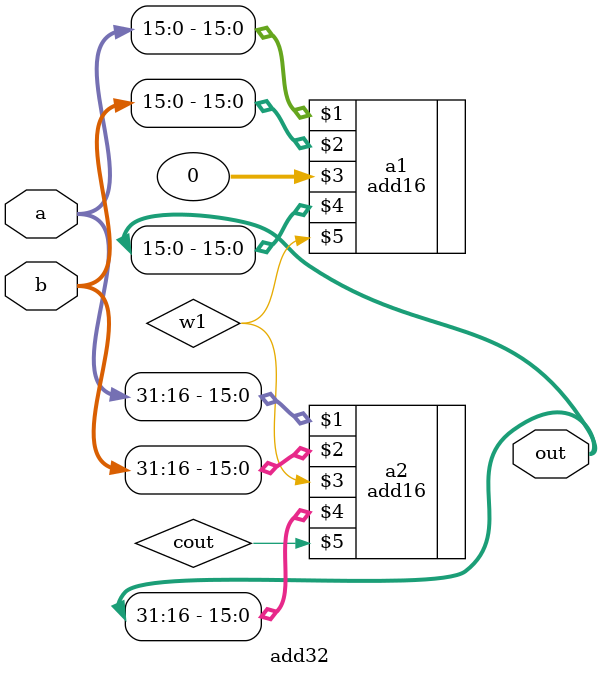
<source format=v>
module add32 (a,b,out);
input [31:0] a,b;
output [31:0] out;
wire w1;
add16 a1(a[15:0],b[15:0],0,out[15:0],w1);
add16 a2(a[31:16],b[31:16],w1,out[31:16],cout);
endmodule
</source>
